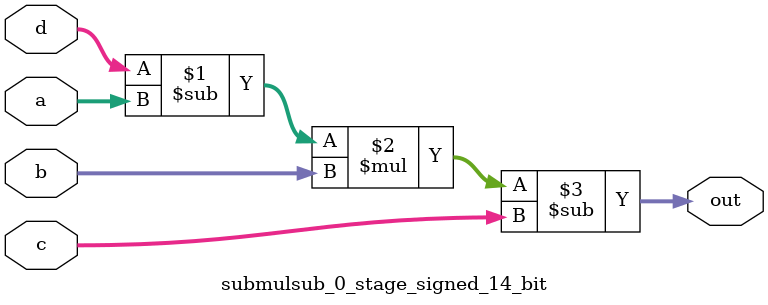
<source format=sv>
(* use_dsp = "yes" *) module submulsub_0_stage_signed_14_bit(
	input signed [13:0] a,
	input signed [13:0] b,
	input signed [13:0] c,
	input signed [13:0] d,
	output [13:0] out
	);

	assign out = ((d - a) * b) - c;
endmodule

</source>
